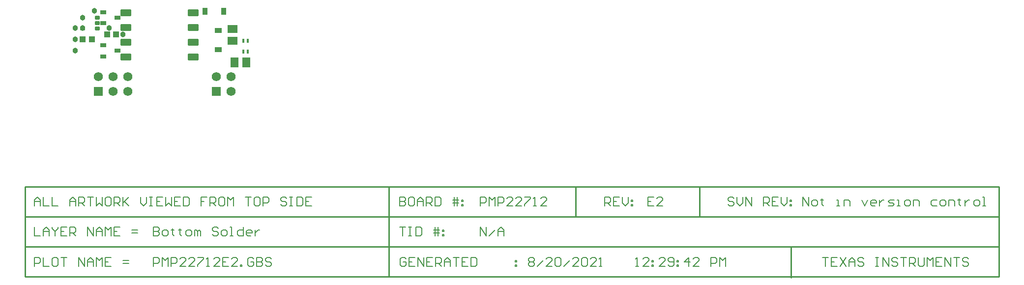
<source format=gbs>
G04*
G04 #@! TF.GenerationSoftware,Altium Limited,Altium Designer,21.6.1 (37)*
G04*
G04 Layer_Color=16711935*
%FSAX44Y44*%
%MOMM*%
G71*
G04*
G04 #@! TF.SameCoordinates,618BDD94-0BF2-4233-98CF-319708F98917*
G04*
G04*
G04 #@! TF.FilePolarity,Negative*
G04*
G01*
G75*
%ADD15C,0.2032*%
%ADD17C,0.2540*%
G04:AMPARAMS|DCode=18|XSize=0.75mm|YSize=0.4mm|CornerRadius=0.05mm|HoleSize=0mm|Usage=FLASHONLY|Rotation=270.000|XOffset=0mm|YOffset=0mm|HoleType=Round|Shape=RoundedRectangle|*
%AMROUNDEDRECTD18*
21,1,0.7500,0.3000,0,0,270.0*
21,1,0.6500,0.4000,0,0,270.0*
1,1,0.1000,-0.1500,-0.3250*
1,1,0.1000,-0.1500,0.3250*
1,1,0.1000,0.1500,0.3250*
1,1,0.1000,0.1500,-0.3250*
%
%ADD18ROUNDEDRECTD18*%
G04:AMPARAMS|DCode=21|XSize=0.9144mm|YSize=1.2192mm|CornerRadius=0.0503mm|HoleSize=0mm|Usage=FLASHONLY|Rotation=180.000|XOffset=0mm|YOffset=0mm|HoleType=Round|Shape=RoundedRectangle|*
%AMROUNDEDRECTD21*
21,1,0.9144,1.1186,0,0,180.0*
21,1,0.8138,1.2192,0,0,180.0*
1,1,0.1006,-0.4069,0.5593*
1,1,0.1006,0.4069,0.5593*
1,1,0.1006,0.4069,-0.5593*
1,1,0.1006,-0.4069,-0.5593*
%
%ADD21ROUNDEDRECTD21*%
G04:AMPARAMS|DCode=22|XSize=0.9144mm|YSize=1.2192mm|CornerRadius=0.0503mm|HoleSize=0mm|Usage=FLASHONLY|Rotation=270.000|XOffset=0mm|YOffset=0mm|HoleType=Round|Shape=RoundedRectangle|*
%AMROUNDEDRECTD22*
21,1,0.9144,1.1186,0,0,270.0*
21,1,0.8138,1.2192,0,0,270.0*
1,1,0.1006,-0.5593,-0.4069*
1,1,0.1006,-0.5593,0.4069*
1,1,0.1006,0.5593,0.4069*
1,1,0.1006,0.5593,-0.4069*
%
%ADD22ROUNDEDRECTD22*%
G04:AMPARAMS|DCode=23|XSize=1.82mm|YSize=1.12mm|CornerRadius=0.0504mm|HoleSize=0mm|Usage=FLASHONLY|Rotation=0.000|XOffset=0mm|YOffset=0mm|HoleType=Round|Shape=RoundedRectangle|*
%AMROUNDEDRECTD23*
21,1,1.8200,1.0192,0,0,0.0*
21,1,1.7192,1.1200,0,0,0.0*
1,1,0.1008,0.8596,-0.5096*
1,1,0.1008,-0.8596,-0.5096*
1,1,0.1008,-0.8596,0.5096*
1,1,0.1008,0.8596,0.5096*
%
%ADD23ROUNDEDRECTD23*%
%ADD28R,1.3700X1.7002*%
%ADD29R,1.7002X1.3700*%
G04:AMPARAMS|DCode=32|XSize=0.65mm|YSize=0.9mm|CornerRadius=0.0995mm|HoleSize=0mm|Usage=FLASHONLY|Rotation=270.000|XOffset=0mm|YOffset=0mm|HoleType=Round|Shape=RoundedRectangle|*
%AMROUNDEDRECTD32*
21,1,0.6500,0.7010,0,0,270.0*
21,1,0.4510,0.9000,0,0,270.0*
1,1,0.1990,-0.3505,-0.2255*
1,1,0.1990,-0.3505,0.2255*
1,1,0.1990,0.3505,0.2255*
1,1,0.1990,0.3505,-0.2255*
%
%ADD32ROUNDEDRECTD32*%
G04:AMPARAMS|DCode=33|XSize=0.7mm|YSize=1.1mm|CornerRadius=0.2mm|HoleSize=0mm|Usage=FLASHONLY|Rotation=90.000|XOffset=0mm|YOffset=0mm|HoleType=Round|Shape=RoundedRectangle|*
%AMROUNDEDRECTD33*
21,1,0.7000,0.7000,0,0,90.0*
21,1,0.3000,1.1000,0,0,90.0*
1,1,0.4000,0.3500,0.1500*
1,1,0.4000,0.3500,-0.1500*
1,1,0.4000,-0.3500,-0.1500*
1,1,0.4000,-0.3500,0.1500*
%
%ADD33ROUNDEDRECTD33*%
%ADD34R,1.1000X1.0500*%
%ADD35C,1.5700*%
G04:AMPARAMS|DCode=36|XSize=1.57mm|YSize=1.57mm|CornerRadius=0.0471mm|HoleSize=0mm|Usage=FLASHONLY|Rotation=0.000|XOffset=0mm|YOffset=0mm|HoleType=Round|Shape=RoundedRectangle|*
%AMROUNDEDRECTD36*
21,1,1.5700,1.4758,0,0,0.0*
21,1,1.4758,1.5700,0,0,0.0*
1,1,0.0942,0.7379,-0.7379*
1,1,0.0942,-0.7379,-0.7379*
1,1,0.0942,-0.7379,0.7379*
1,1,0.0942,0.7379,0.7379*
%
%ADD36ROUNDEDRECTD36*%
%ADD37C,0.9636*%
G54D15*
X00322326Y00186814D02*
Y00171579D01*
X00329944D01*
X00332483Y00174118D01*
Y00176657D01*
X00329944Y00179196D01*
X00322326D01*
X00329944D01*
X00332483Y00181735D01*
Y00184275D01*
X00329944Y00186814D01*
X00322326D01*
X00340100Y00171579D02*
X00345179D01*
X00347718Y00174118D01*
Y00179196D01*
X00345179Y00181735D01*
X00340100D01*
X00337561Y00179196D01*
Y00174118D01*
X00340100Y00171579D01*
X00355335Y00184275D02*
Y00181735D01*
X00352796D01*
X00357874D01*
X00355335D01*
Y00174118D01*
X00357874Y00171579D01*
X00368031Y00184275D02*
Y00181735D01*
X00365492D01*
X00370570D01*
X00368031D01*
Y00174118D01*
X00370570Y00171579D01*
X00380727D02*
X00385806D01*
X00388345Y00174118D01*
Y00179196D01*
X00385806Y00181735D01*
X00380727D01*
X00378188Y00179196D01*
Y00174118D01*
X00380727Y00171579D01*
X00393423D02*
Y00181735D01*
X00395962D01*
X00398501Y00179196D01*
Y00171579D01*
Y00179196D01*
X00401040Y00181735D01*
X00403580Y00179196D01*
Y00171579D01*
X00434050Y00184275D02*
X00431511Y00186814D01*
X00426432D01*
X00423893Y00184275D01*
Y00181735D01*
X00426432Y00179196D01*
X00431511D01*
X00434050Y00176657D01*
Y00174118D01*
X00431511Y00171579D01*
X00426432D01*
X00423893Y00174118D01*
X00441667Y00171579D02*
X00446746D01*
X00449285Y00174118D01*
Y00179196D01*
X00446746Y00181735D01*
X00441667D01*
X00439128Y00179196D01*
Y00174118D01*
X00441667Y00171579D01*
X00454363D02*
X00459442D01*
X00456903D01*
Y00186814D01*
X00454363D01*
X00477216D02*
Y00171579D01*
X00469598D01*
X00467059Y00174118D01*
Y00179196D01*
X00469598Y00181735D01*
X00477216D01*
X00489912Y00171579D02*
X00484833D01*
X00482294Y00174118D01*
Y00179196D01*
X00484833Y00181735D01*
X00489912D01*
X00492451Y00179196D01*
Y00176657D01*
X00482294D01*
X00497529Y00181735D02*
Y00171579D01*
Y00176657D01*
X00500069Y00179196D01*
X00502608Y00181735D01*
X00505147D01*
X01441196Y00223097D02*
Y00238332D01*
X01451353Y00223097D01*
Y00238332D01*
X01458970Y00223097D02*
X01464049D01*
X01466588Y00225636D01*
Y00230714D01*
X01464049Y00233253D01*
X01458970D01*
X01456431Y00230714D01*
Y00225636D01*
X01458970Y00223097D01*
X01474205Y00235793D02*
Y00233253D01*
X01471666D01*
X01476745D01*
X01474205D01*
Y00225636D01*
X01476745Y00223097D01*
X01499597D02*
X01504675D01*
X01502136D01*
Y00233253D01*
X01499597D01*
X01512293Y00223097D02*
Y00233253D01*
X01519910D01*
X01522450Y00230714D01*
Y00223097D01*
X01542763Y00233253D02*
X01547841Y00223097D01*
X01552920Y00233253D01*
X01565616Y00223097D02*
X01560537D01*
X01557998Y00225636D01*
Y00230714D01*
X01560537Y00233253D01*
X01565616D01*
X01568155Y00230714D01*
Y00228175D01*
X01557998D01*
X01573233Y00233253D02*
Y00223097D01*
Y00228175D01*
X01575773Y00230714D01*
X01578312Y00233253D01*
X01580851D01*
X01588468Y00223097D02*
X01596086D01*
X01598625Y00225636D01*
X01596086Y00228175D01*
X01591008D01*
X01588468Y00230714D01*
X01591008Y00233253D01*
X01598625D01*
X01603703Y00223097D02*
X01608782D01*
X01606243D01*
Y00233253D01*
X01603703D01*
X01618938Y00223097D02*
X01624017D01*
X01626556Y00225636D01*
Y00230714D01*
X01624017Y00233253D01*
X01618938D01*
X01616399Y00230714D01*
Y00225636D01*
X01618938Y00223097D01*
X01631634D02*
Y00233253D01*
X01639252D01*
X01641791Y00230714D01*
Y00223097D01*
X01672261Y00233253D02*
X01664644D01*
X01662104Y00230714D01*
Y00225636D01*
X01664644Y00223097D01*
X01672261D01*
X01679879D02*
X01684957D01*
X01687496Y00225636D01*
Y00230714D01*
X01684957Y00233253D01*
X01679879D01*
X01677340Y00230714D01*
Y00225636D01*
X01679879Y00223097D01*
X01692575D02*
Y00233253D01*
X01700192D01*
X01702731Y00230714D01*
Y00223097D01*
X01710349Y00235793D02*
Y00233253D01*
X01707810D01*
X01712888D01*
X01710349D01*
Y00225636D01*
X01712888Y00223097D01*
X01720506Y00233253D02*
Y00223097D01*
Y00228175D01*
X01723045Y00230714D01*
X01725584Y00233253D01*
X01728123D01*
X01738280Y00223097D02*
X01743358D01*
X01745897Y00225636D01*
Y00230714D01*
X01743358Y00233253D01*
X01738280D01*
X01735741Y00230714D01*
Y00225636D01*
X01738280Y00223097D01*
X01750976D02*
X01756054D01*
X01753515D01*
Y00238332D01*
X01750976D01*
X01322829Y00235793D02*
X01320289Y00238332D01*
X01315211D01*
X01312672Y00235793D01*
Y00233253D01*
X01315211Y00230714D01*
X01320289D01*
X01322829Y00228175D01*
Y00225636D01*
X01320289Y00223097D01*
X01315211D01*
X01312672Y00225636D01*
X01327907Y00238332D02*
Y00228175D01*
X01332985Y00223097D01*
X01338064Y00228175D01*
Y00238332D01*
X01343142Y00223097D02*
Y00238332D01*
X01353299Y00223097D01*
Y00238332D01*
X01373612Y00223097D02*
Y00238332D01*
X01381230D01*
X01383769Y00235793D01*
Y00230714D01*
X01381230Y00228175D01*
X01373612D01*
X01378691D02*
X01383769Y00223097D01*
X01399004Y00238332D02*
X01388847D01*
Y00223097D01*
X01399004D01*
X01388847Y00230714D02*
X01393926D01*
X01404082Y00238332D02*
Y00228175D01*
X01409161Y00223097D01*
X01414239Y00228175D01*
Y00238332D01*
X01419317Y00233253D02*
X01421857D01*
Y00230714D01*
X01419317D01*
Y00233253D01*
Y00225636D02*
X01421857D01*
Y00223097D01*
X01419317D01*
Y00225636D01*
X01099820Y00223097D02*
Y00238332D01*
X01107438D01*
X01109977Y00235793D01*
Y00230714D01*
X01107438Y00228175D01*
X01099820D01*
X01104898D02*
X01109977Y00223097D01*
X01125212Y00238332D02*
X01115055D01*
Y00223097D01*
X01125212D01*
X01115055Y00230714D02*
X01120133D01*
X01130290Y00238332D02*
Y00228175D01*
X01135368Y00223097D01*
X01140447Y00228175D01*
Y00238332D01*
X01145525Y00233253D02*
X01148064D01*
Y00230714D01*
X01145525D01*
Y00233253D01*
Y00225636D02*
X01148064D01*
Y00223097D01*
X01145525D01*
Y00225636D01*
X00322326Y00119295D02*
Y00134530D01*
X00329944D01*
X00332483Y00131991D01*
Y00126912D01*
X00329944Y00124373D01*
X00322326D01*
X00337561Y00119295D02*
Y00134530D01*
X00342639Y00129452D01*
X00347718Y00134530D01*
Y00119295D01*
X00352796D02*
Y00134530D01*
X00360414D01*
X00362953Y00131991D01*
Y00126912D01*
X00360414Y00124373D01*
X00352796D01*
X00378188Y00119295D02*
X00368031D01*
X00378188Y00129452D01*
Y00131991D01*
X00375649Y00134530D01*
X00370570D01*
X00368031Y00131991D01*
X00393423Y00119295D02*
X00383266D01*
X00393423Y00129452D01*
Y00131991D01*
X00390884Y00134530D01*
X00385806D01*
X00383266Y00131991D01*
X00398501Y00134530D02*
X00408658D01*
Y00131991D01*
X00398501Y00121834D01*
Y00119295D01*
X00413736D02*
X00418815D01*
X00416276D01*
Y00134530D01*
X00413736Y00131991D01*
X00436589Y00119295D02*
X00426432D01*
X00436589Y00129452D01*
Y00131991D01*
X00434050Y00134530D01*
X00428971D01*
X00426432Y00131991D01*
X00451824Y00134530D02*
X00441667D01*
Y00119295D01*
X00451824D01*
X00441667Y00126912D02*
X00446746D01*
X00467059Y00119295D02*
X00456903D01*
X00467059Y00129452D01*
Y00131991D01*
X00464520Y00134530D01*
X00459442D01*
X00456903Y00131991D01*
X00472137Y00119295D02*
Y00121834D01*
X00474677D01*
Y00119295D01*
X00472137D01*
X00494990Y00131991D02*
X00492451Y00134530D01*
X00487373D01*
X00484833Y00131991D01*
Y00121834D01*
X00487373Y00119295D01*
X00492451D01*
X00494990Y00121834D01*
Y00126912D01*
X00489912D01*
X00500069Y00134530D02*
Y00119295D01*
X00507686D01*
X00510225Y00121834D01*
Y00124373D01*
X00507686Y00126912D01*
X00500069D01*
X00507686D01*
X00510225Y00129452D01*
Y00131991D01*
X00507686Y00134530D01*
X00500069D01*
X00525460Y00131991D02*
X00522921Y00134530D01*
X00517843D01*
X00515304Y00131991D01*
Y00129452D01*
X00517843Y00126912D01*
X00522921D01*
X00525460Y00124373D01*
Y00121834D01*
X00522921Y00119295D01*
X00517843D01*
X00515304Y00121834D01*
X00968121Y00131991D02*
X00970660Y00134530D01*
X00975739D01*
X00978278Y00131991D01*
Y00129452D01*
X00975739Y00126912D01*
X00978278Y00124373D01*
Y00121834D01*
X00975739Y00119295D01*
X00970660D01*
X00968121Y00121834D01*
Y00124373D01*
X00970660Y00126912D01*
X00968121Y00129452D01*
Y00131991D01*
X00970660Y00126912D02*
X00975739D01*
X00983356Y00119295D02*
X00993513Y00129452D01*
X01008748Y00119295D02*
X00998591D01*
X01008748Y00129452D01*
Y00131991D01*
X01006209Y00134530D01*
X01001130D01*
X00998591Y00131991D01*
X01013826D02*
X01016365Y00134530D01*
X01021444D01*
X01023983Y00131991D01*
Y00121834D01*
X01021444Y00119295D01*
X01016365D01*
X01013826Y00121834D01*
Y00131991D01*
X01029061Y00119295D02*
X01039218Y00129452D01*
X01054453Y00119295D02*
X01044296D01*
X01054453Y00129452D01*
Y00131991D01*
X01051914Y00134530D01*
X01046835D01*
X01044296Y00131991D01*
X01059531D02*
X01062071Y00134530D01*
X01067149D01*
X01069688Y00131991D01*
Y00121834D01*
X01067149Y00119295D01*
X01062071D01*
X01059531Y00121834D01*
Y00131991D01*
X01084923Y00119295D02*
X01074766D01*
X01084923Y00129452D01*
Y00131991D01*
X01082384Y00134530D01*
X01077306D01*
X01074766Y00131991D01*
X01090002Y00119295D02*
X01095080D01*
X01092541D01*
Y00134530D01*
X01090002Y00131991D01*
X00757425D02*
X00754885Y00134530D01*
X00749807D01*
X00747268Y00131991D01*
Y00121834D01*
X00749807Y00119295D01*
X00754885D01*
X00757425Y00121834D01*
Y00126912D01*
X00752346D01*
X00772660Y00134530D02*
X00762503D01*
Y00119295D01*
X00772660D01*
X00762503Y00126912D02*
X00767581D01*
X00777738Y00119295D02*
Y00134530D01*
X00787895Y00119295D01*
Y00134530D01*
X00803130D02*
X00792973D01*
Y00119295D01*
X00803130D01*
X00792973Y00126912D02*
X00798052D01*
X00808208Y00119295D02*
Y00134530D01*
X00815826D01*
X00818365Y00131991D01*
Y00126912D01*
X00815826Y00124373D01*
X00808208D01*
X00813287D02*
X00818365Y00119295D01*
X00823443D02*
Y00129452D01*
X00828522Y00134530D01*
X00833600Y00129452D01*
Y00119295D01*
Y00126912D01*
X00823443D01*
X00838678Y00134530D02*
X00848835D01*
X00843757D01*
Y00119295D01*
X00864070Y00134530D02*
X00853913D01*
Y00119295D01*
X00864070D01*
X00853913Y00126912D02*
X00858992D01*
X00869149Y00134530D02*
Y00119295D01*
X00876766D01*
X00879305Y00121834D01*
Y00131991D01*
X00876766Y00134530D01*
X00869149D01*
X00945324Y00129452D02*
X00947863D01*
Y00126912D01*
X00945324D01*
Y00129452D01*
Y00121834D02*
X00947863D01*
Y00119295D01*
X00945324D01*
Y00121834D01*
X00117729Y00223097D02*
Y00233253D01*
X00122807Y00238332D01*
X00127886Y00233253D01*
Y00223097D01*
Y00230714D01*
X00117729D01*
X00132964Y00238332D02*
Y00223097D01*
X00143121D01*
X00148199Y00238332D02*
Y00223097D01*
X00158356D01*
X00178669D02*
Y00233253D01*
X00183748Y00238332D01*
X00188826Y00233253D01*
Y00223097D01*
Y00230714D01*
X00178669D01*
X00193904Y00223097D02*
Y00238332D01*
X00201522D01*
X00204061Y00235793D01*
Y00230714D01*
X00201522Y00228175D01*
X00193904D01*
X00198983D02*
X00204061Y00223097D01*
X00209139Y00238332D02*
X00219296D01*
X00214218D01*
Y00223097D01*
X00224375Y00238332D02*
Y00223097D01*
X00229453Y00228175D01*
X00234531Y00223097D01*
Y00238332D01*
X00247227D02*
X00242149D01*
X00239610Y00235793D01*
Y00225636D01*
X00242149Y00223097D01*
X00247227D01*
X00249766Y00225636D01*
Y00235793D01*
X00247227Y00238332D01*
X00254845Y00223097D02*
Y00238332D01*
X00262462D01*
X00265001Y00235793D01*
Y00230714D01*
X00262462Y00228175D01*
X00254845D01*
X00259923D02*
X00265001Y00223097D01*
X00270080Y00238332D02*
Y00223097D01*
Y00228175D01*
X00280236Y00238332D01*
X00272619Y00230714D01*
X00280236Y00223097D01*
X00300550Y00238332D02*
Y00228175D01*
X00305628Y00223097D01*
X00310707Y00228175D01*
Y00238332D01*
X00315785D02*
X00320863D01*
X00318324D01*
Y00223097D01*
X00315785D01*
X00320863D01*
X00338638Y00238332D02*
X00328481D01*
Y00223097D01*
X00338638D01*
X00328481Y00230714D02*
X00333559D01*
X00343716Y00238332D02*
Y00223097D01*
X00348794Y00228175D01*
X00353873Y00223097D01*
Y00238332D01*
X00369108D02*
X00358951D01*
Y00223097D01*
X00369108D01*
X00358951Y00230714D02*
X00364029D01*
X00374186Y00238332D02*
Y00223097D01*
X00381804D01*
X00384343Y00225636D01*
Y00235793D01*
X00381804Y00238332D01*
X00374186D01*
X00414813D02*
X00404656D01*
Y00230714D01*
X00409734D01*
X00404656D01*
Y00223097D01*
X00419891D02*
Y00238332D01*
X00427509D01*
X00430048Y00235793D01*
Y00230714D01*
X00427509Y00228175D01*
X00419891D01*
X00424970D02*
X00430048Y00223097D01*
X00442744Y00238332D02*
X00437665D01*
X00435126Y00235793D01*
Y00225636D01*
X00437665Y00223097D01*
X00442744D01*
X00445283Y00225636D01*
Y00235793D01*
X00442744Y00238332D01*
X00450361Y00223097D02*
Y00238332D01*
X00455440Y00233253D01*
X00460518Y00238332D01*
Y00223097D01*
X00480832Y00238332D02*
X00490988D01*
X00485910D01*
Y00223097D01*
X00503684Y00238332D02*
X00498606D01*
X00496067Y00235793D01*
Y00225636D01*
X00498606Y00223097D01*
X00503684D01*
X00506223Y00225636D01*
Y00235793D01*
X00503684Y00238332D01*
X00511302Y00223097D02*
Y00238332D01*
X00518919D01*
X00521458Y00235793D01*
Y00230714D01*
X00518919Y00228175D01*
X00511302D01*
X00551929Y00235793D02*
X00549389Y00238332D01*
X00544311D01*
X00541772Y00235793D01*
Y00233253D01*
X00544311Y00230714D01*
X00549389D01*
X00551929Y00228175D01*
Y00225636D01*
X00549389Y00223097D01*
X00544311D01*
X00541772Y00225636D01*
X00557007Y00238332D02*
X00562085D01*
X00559546D01*
Y00223097D01*
X00557007D01*
X00562085D01*
X00569703Y00238332D02*
Y00223097D01*
X00577320D01*
X00579860Y00225636D01*
Y00235793D01*
X00577320Y00238332D01*
X00569703D01*
X00595095D02*
X00584938D01*
Y00223097D01*
X00595095D01*
X00584938Y00230714D02*
X00590016D01*
X01184018Y00238332D02*
X01173861D01*
Y00223097D01*
X01184018D01*
X01173861Y00230714D02*
X01178939D01*
X01199253Y00223097D02*
X01189096D01*
X01199253Y00233253D01*
Y00235793D01*
X01196714Y00238332D01*
X01191635D01*
X01189096Y00235793D01*
X00885317Y00223097D02*
Y00238332D01*
X00892934D01*
X00895474Y00235793D01*
Y00230714D01*
X00892934Y00228175D01*
X00885317D01*
X00900552Y00223097D02*
Y00238332D01*
X00905630Y00233253D01*
X00910709Y00238332D01*
Y00223097D01*
X00915787D02*
Y00238332D01*
X00923405D01*
X00925944Y00235793D01*
Y00230714D01*
X00923405Y00228175D01*
X00915787D01*
X00941179Y00223097D02*
X00931022D01*
X00941179Y00233253D01*
Y00235793D01*
X00938640Y00238332D01*
X00933561D01*
X00931022Y00235793D01*
X00956414Y00223097D02*
X00946257D01*
X00956414Y00233253D01*
Y00235793D01*
X00953875Y00238332D01*
X00948796D01*
X00946257Y00235793D01*
X00961492Y00238332D02*
X00971649D01*
Y00235793D01*
X00961492Y00225636D01*
Y00223097D01*
X00976727D02*
X00981806D01*
X00979267D01*
Y00238332D01*
X00976727Y00235793D01*
X00999580Y00223097D02*
X00989423D01*
X00999580Y00233253D01*
Y00235793D01*
X00997041Y00238332D01*
X00991963D01*
X00989423Y00235793D01*
X00746760Y00238332D02*
Y00223097D01*
X00754378D01*
X00756917Y00225636D01*
Y00228175D01*
X00754378Y00230714D01*
X00746760D01*
X00754378D01*
X00756917Y00233253D01*
Y00235793D01*
X00754378Y00238332D01*
X00746760D01*
X00769613D02*
X00764534D01*
X00761995Y00235793D01*
Y00225636D01*
X00764534Y00223097D01*
X00769613D01*
X00772152Y00225636D01*
Y00235793D01*
X00769613Y00238332D01*
X00777230Y00223097D02*
Y00233253D01*
X00782309Y00238332D01*
X00787387Y00233253D01*
Y00223097D01*
Y00230714D01*
X00777230D01*
X00792465Y00223097D02*
Y00238332D01*
X00800083D01*
X00802622Y00235793D01*
Y00230714D01*
X00800083Y00228175D01*
X00792465D01*
X00797544D02*
X00802622Y00223097D01*
X00807700Y00238332D02*
Y00223097D01*
X00815318D01*
X00817857Y00225636D01*
Y00235793D01*
X00815318Y00238332D01*
X00807700D01*
X00840710Y00223097D02*
Y00238332D01*
X00845788D02*
Y00223097D01*
X00838170Y00233253D02*
X00845788D01*
X00848327D01*
X00838170Y00228175D02*
X00848327D01*
X00853406Y00233253D02*
X00855945D01*
Y00230714D01*
X00853406D01*
Y00233253D01*
Y00225636D02*
X00855945D01*
Y00223097D01*
X00853406D01*
Y00225636D01*
X00117729Y00186814D02*
Y00171579D01*
X00127886D01*
X00132964D02*
Y00181735D01*
X00138042Y00186814D01*
X00143121Y00181735D01*
Y00171579D01*
Y00179196D01*
X00132964D01*
X00148199Y00186814D02*
Y00184275D01*
X00153278Y00179196D01*
X00158356Y00184275D01*
Y00186814D01*
X00153278Y00179196D02*
Y00171579D01*
X00173591Y00186814D02*
X00163434D01*
Y00171579D01*
X00173591D01*
X00163434Y00179196D02*
X00168513D01*
X00178669Y00171579D02*
Y00186814D01*
X00186287D01*
X00188826Y00184275D01*
Y00179196D01*
X00186287Y00176657D01*
X00178669D01*
X00183748D02*
X00188826Y00171579D01*
X00209139D02*
Y00186814D01*
X00219296Y00171579D01*
Y00186814D01*
X00224375Y00171579D02*
Y00181735D01*
X00229453Y00186814D01*
X00234531Y00181735D01*
Y00171579D01*
Y00179196D01*
X00224375D01*
X00239610Y00171579D02*
Y00186814D01*
X00244688Y00181735D01*
X00249766Y00186814D01*
Y00171579D01*
X00265001Y00186814D02*
X00254845D01*
Y00171579D01*
X00265001D01*
X00254845Y00179196D02*
X00259923D01*
X00285315Y00176657D02*
X00295471D01*
X00285315Y00181735D02*
X00295471D01*
X00117729Y00119295D02*
Y00134530D01*
X00125346D01*
X00127886Y00131991D01*
Y00126912D01*
X00125346Y00124373D01*
X00117729D01*
X00132964Y00134530D02*
Y00119295D01*
X00143121D01*
X00155817Y00134530D02*
X00150738D01*
X00148199Y00131991D01*
Y00121834D01*
X00150738Y00119295D01*
X00155817D01*
X00158356Y00121834D01*
Y00131991D01*
X00155817Y00134530D01*
X00163434D02*
X00173591D01*
X00168513D01*
Y00119295D01*
X00193904D02*
Y00134530D01*
X00204061Y00119295D01*
Y00134530D01*
X00209139Y00119295D02*
Y00129452D01*
X00214218Y00134530D01*
X00219296Y00129452D01*
Y00119295D01*
Y00126912D01*
X00209139D01*
X00224375Y00119295D02*
Y00134530D01*
X00229453Y00129452D01*
X00234531Y00134530D01*
Y00119295D01*
X00249766Y00134530D02*
X00239610D01*
Y00119295D01*
X00249766D01*
X00239610Y00126912D02*
X00244688D01*
X00270080Y00124373D02*
X00280236D01*
X00270080Y00129452D02*
X00280236D01*
X01153287Y00119295D02*
X01158365D01*
X01155826D01*
Y00134530D01*
X01153287Y00131991D01*
X01176140Y00119295D02*
X01165983D01*
X01176140Y00129452D01*
Y00131991D01*
X01173600Y00134530D01*
X01168522D01*
X01165983Y00131991D01*
X01181218Y00129452D02*
X01183757D01*
Y00126912D01*
X01181218D01*
Y00129452D01*
Y00121834D02*
X01183757D01*
Y00119295D01*
X01181218D01*
Y00121834D01*
X01204071Y00119295D02*
X01193914D01*
X01204071Y00129452D01*
Y00131991D01*
X01201531Y00134530D01*
X01196453D01*
X01193914Y00131991D01*
X01209149Y00121834D02*
X01211688Y00119295D01*
X01216767D01*
X01219306Y00121834D01*
Y00131991D01*
X01216767Y00134530D01*
X01211688D01*
X01209149Y00131991D01*
Y00129452D01*
X01211688Y00126912D01*
X01219306D01*
X01224384Y00129452D02*
X01226923D01*
Y00126912D01*
X01224384D01*
Y00129452D01*
Y00121834D02*
X01226923D01*
Y00119295D01*
X01224384D01*
Y00121834D01*
X01244697Y00119295D02*
Y00134530D01*
X01237080Y00126912D01*
X01247237D01*
X01262472Y00119295D02*
X01252315D01*
X01262472Y00129452D01*
Y00131991D01*
X01259932Y00134530D01*
X01254854D01*
X01252315Y00131991D01*
X01282785Y00119295D02*
Y00134530D01*
X01290403D01*
X01292942Y00131991D01*
Y00126912D01*
X01290403Y00124373D01*
X01282785D01*
X01298020Y00119295D02*
Y00134530D01*
X01303098Y00129452D01*
X01308177Y00134530D01*
Y00119295D01*
X01474470Y00134530D02*
X01484627D01*
X01479548D01*
Y00119295D01*
X01499862Y00134530D02*
X01489705D01*
Y00119295D01*
X01499862D01*
X01489705Y00126912D02*
X01494783D01*
X01504940Y00134530D02*
X01515097Y00119295D01*
Y00134530D02*
X01504940Y00119295D01*
X01520175D02*
Y00129452D01*
X01525254Y00134530D01*
X01530332Y00129452D01*
Y00119295D01*
Y00126912D01*
X01520175D01*
X01545567Y00131991D02*
X01543028Y00134530D01*
X01537950D01*
X01535410Y00131991D01*
Y00129452D01*
X01537950Y00126912D01*
X01543028D01*
X01545567Y00124373D01*
Y00121834D01*
X01543028Y00119295D01*
X01537950D01*
X01535410Y00121834D01*
X01565880Y00134530D02*
X01570959D01*
X01568420D01*
Y00119295D01*
X01565880D01*
X01570959D01*
X01578576D02*
Y00134530D01*
X01588733Y00119295D01*
Y00134530D01*
X01603968Y00131991D02*
X01601429Y00134530D01*
X01596351D01*
X01593811Y00131991D01*
Y00129452D01*
X01596351Y00126912D01*
X01601429D01*
X01603968Y00124373D01*
Y00121834D01*
X01601429Y00119295D01*
X01596351D01*
X01593811Y00121834D01*
X01609046Y00134530D02*
X01619203D01*
X01614125D01*
Y00119295D01*
X01624281D02*
Y00134530D01*
X01631899D01*
X01634438Y00131991D01*
Y00126912D01*
X01631899Y00124373D01*
X01624281D01*
X01629360D02*
X01634438Y00119295D01*
X01639517Y00134530D02*
Y00121834D01*
X01642056Y00119295D01*
X01647134D01*
X01649673Y00121834D01*
Y00134530D01*
X01654752Y00119295D02*
Y00134530D01*
X01659830Y00129452D01*
X01664908Y00134530D01*
Y00119295D01*
X01680143Y00134530D02*
X01669987D01*
Y00119295D01*
X01680143D01*
X01669987Y00126912D02*
X01675065D01*
X01685222Y00119295D02*
Y00134530D01*
X01695379Y00119295D01*
Y00134530D01*
X01700457D02*
X01710614D01*
X01705535D01*
Y00119295D01*
X01725849Y00131991D02*
X01723309Y00134530D01*
X01718231D01*
X01715692Y00131991D01*
Y00129452D01*
X01718231Y00126912D01*
X01723309D01*
X01725849Y00124373D01*
Y00121834D01*
X01723309Y00119295D01*
X01718231D01*
X01715692Y00121834D01*
X00746760Y00186685D02*
X00756917D01*
X00751838D01*
Y00171450D01*
X00761995Y00186685D02*
X00767073D01*
X00764534D01*
Y00171450D01*
X00761995D01*
X00767073D01*
X00774691Y00186685D02*
Y00171450D01*
X00782309D01*
X00784848Y00173989D01*
Y00184146D01*
X00782309Y00186685D01*
X00774691D01*
X00807700Y00171450D02*
Y00186685D01*
X00812779D02*
Y00171450D01*
X00805161Y00181607D02*
X00812779D01*
X00815318D01*
X00805161Y00176528D02*
X00815318D01*
X00820396Y00181607D02*
X00822935D01*
Y00179067D01*
X00820396D01*
Y00181607D01*
Y00173989D02*
X00822935D01*
Y00171450D01*
X00820396D01*
Y00173989D01*
X00885317Y00171450D02*
Y00186685D01*
X00895474Y00171450D01*
Y00186685D01*
X00900552Y00171450D02*
X00910709Y00181607D01*
X00915787Y00171450D02*
Y00181607D01*
X00920865Y00186685D01*
X00925944Y00181607D01*
Y00171450D01*
Y00179067D01*
X00915787D01*
G54D17*
X01262888Y00205020D02*
Y00256667D01*
X01049528Y00205020D02*
Y00256667D01*
X00101600Y00205020D02*
X01778508D01*
X00101600Y00153374D02*
X01778000D01*
X00101600Y00101727D02*
X01118870D01*
X00101727Y00256667D02*
X01778508D01*
X00101727Y00101727D02*
Y00256667D01*
Y00101727D02*
X00501904D01*
X00101600D02*
Y00256667D01*
X00727710Y00101727D02*
Y00256667D01*
X01778508Y00101727D02*
Y00256667D01*
X01118870Y00101727D02*
X01778508D01*
X01420876Y00100076D02*
Y00151596D01*
G54D18*
X00477268Y00507681D02*
D03*
Y00489180D02*
D03*
X00485268Y00507681D02*
D03*
Y00489180D02*
D03*
G54D21*
X00411054Y00558825D02*
D03*
X00443820D02*
D03*
G54D22*
X00433938Y00492551D02*
D03*
Y00525317D02*
D03*
G54D23*
X00391468Y00480103D02*
D03*
Y00505503D02*
D03*
Y00530903D02*
D03*
Y00556303D02*
D03*
X00275068D02*
D03*
Y00530903D02*
D03*
Y00505503D02*
D03*
Y00480103D02*
D03*
G54D28*
X00482862Y00470378D02*
D03*
X00462542D02*
D03*
G54D29*
X00458393Y00508043D02*
D03*
Y00528363D02*
D03*
G54D32*
X00226018Y00547861D02*
D03*
Y00538361D02*
D03*
Y00528861D02*
D03*
X00200518D02*
D03*
Y00547861D02*
D03*
G54D33*
X00260518Y00490668D02*
D03*
X00236518Y00500168D02*
D03*
Y00481169D02*
D03*
X00260518Y00547861D02*
D03*
X00236518Y00557361D02*
D03*
Y00538361D02*
D03*
G54D34*
X00216268Y00510055D02*
D03*
X00200268D02*
D03*
X00258518Y00518563D02*
D03*
X00242518D02*
D03*
G54D35*
X00278731Y00445786D02*
D03*
X00253331D02*
D03*
X00227931D02*
D03*
X00278731Y00420386D02*
D03*
X00253331D02*
D03*
X00456405Y00445786D02*
D03*
X00431005D02*
D03*
X00456405Y00420386D02*
D03*
G54D36*
X00227931Y00420386D02*
D03*
X00431005Y00420386D02*
D03*
G54D37*
X00246018Y00529634D02*
D03*
X00270093Y00518714D02*
D03*
X00188214Y00529634D02*
D03*
Y00491294D02*
D03*
Y00510294D02*
D03*
X00200518Y00547861D02*
D03*
X00220768Y00559636D02*
D03*
X00200691Y00529634D02*
D03*
M02*

</source>
